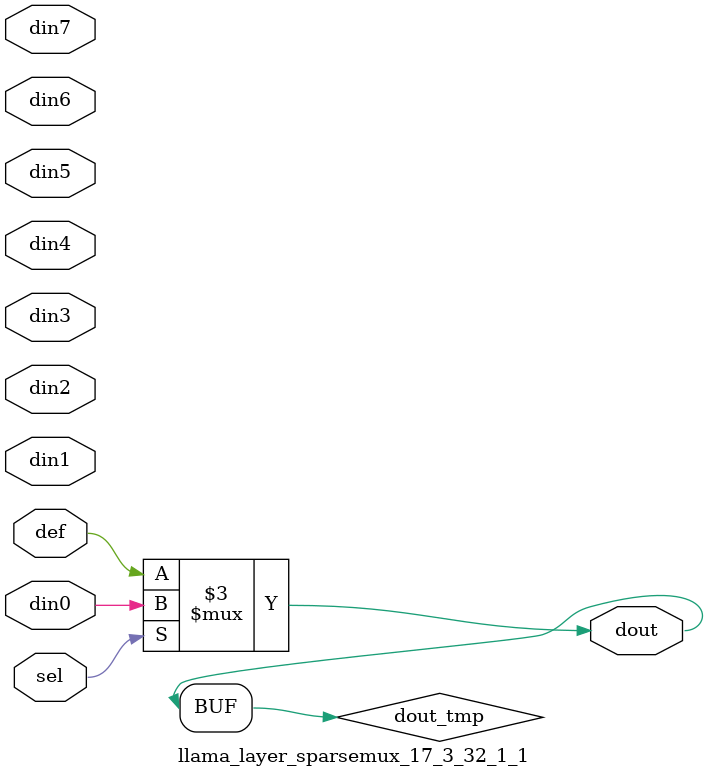
<source format=v>
`timescale 1ns / 1ps

module llama_layer_sparsemux_17_3_32_1_1 (din0,din1,din2,din3,din4,din5,din6,din7,def,sel,dout);

parameter din0_WIDTH = 1;

parameter din1_WIDTH = 1;

parameter din2_WIDTH = 1;

parameter din3_WIDTH = 1;

parameter din4_WIDTH = 1;

parameter din5_WIDTH = 1;

parameter din6_WIDTH = 1;

parameter din7_WIDTH = 1;

parameter def_WIDTH = 1;
parameter sel_WIDTH = 1;
parameter dout_WIDTH = 1;

parameter [sel_WIDTH-1:0] CASE0 = 1;

parameter [sel_WIDTH-1:0] CASE1 = 1;

parameter [sel_WIDTH-1:0] CASE2 = 1;

parameter [sel_WIDTH-1:0] CASE3 = 1;

parameter [sel_WIDTH-1:0] CASE4 = 1;

parameter [sel_WIDTH-1:0] CASE5 = 1;

parameter [sel_WIDTH-1:0] CASE6 = 1;

parameter [sel_WIDTH-1:0] CASE7 = 1;

parameter ID = 1;
parameter NUM_STAGE = 1;



input [din0_WIDTH-1:0] din0;

input [din1_WIDTH-1:0] din1;

input [din2_WIDTH-1:0] din2;

input [din3_WIDTH-1:0] din3;

input [din4_WIDTH-1:0] din4;

input [din5_WIDTH-1:0] din5;

input [din6_WIDTH-1:0] din6;

input [din7_WIDTH-1:0] din7;

input [def_WIDTH-1:0] def;
input [sel_WIDTH-1:0] sel;

output [dout_WIDTH-1:0] dout;



reg [dout_WIDTH-1:0] dout_tmp;


always @ (*) begin
(* parallel_case *) case (sel)
    
    CASE0 : dout_tmp = din0;
    
    CASE1 : dout_tmp = din1;
    
    CASE2 : dout_tmp = din2;
    
    CASE3 : dout_tmp = din3;
    
    CASE4 : dout_tmp = din4;
    
    CASE5 : dout_tmp = din5;
    
    CASE6 : dout_tmp = din6;
    
    CASE7 : dout_tmp = din7;
    
    default : dout_tmp = def;
endcase
end


assign dout = dout_tmp;



endmodule

</source>
